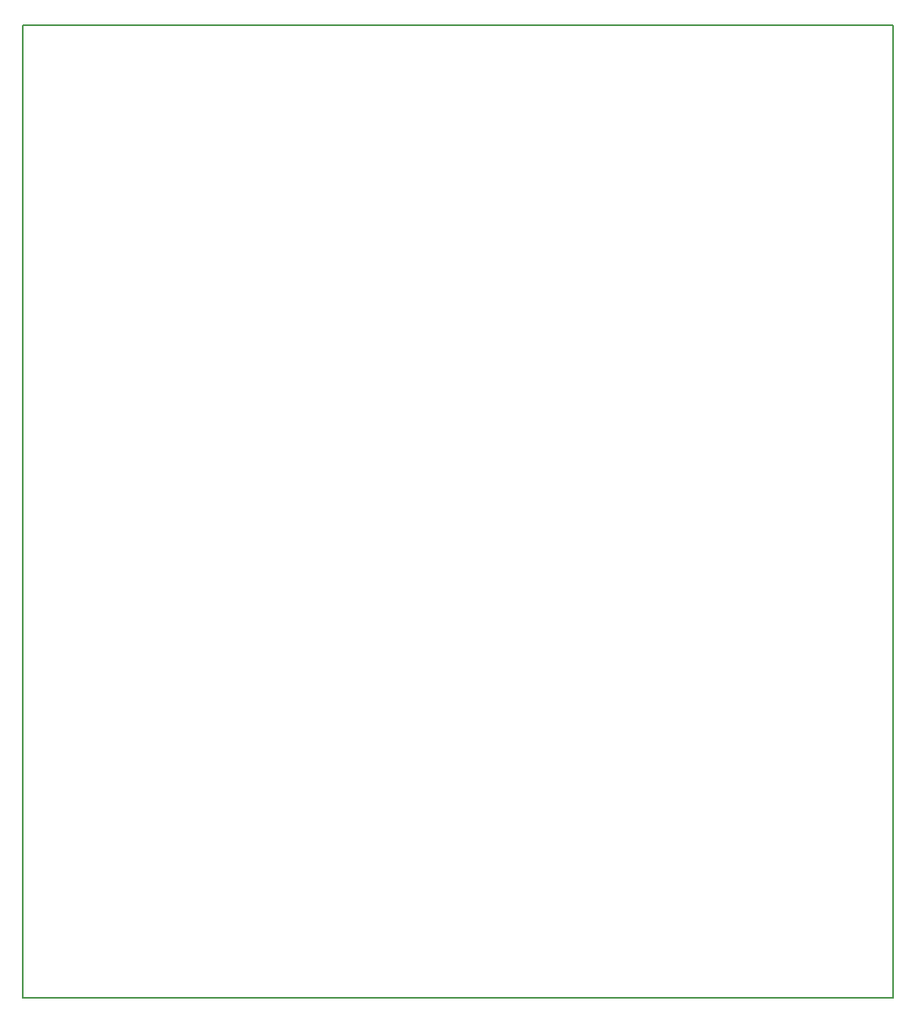
<source format=gm1>
G04 #@! TF.FileFunction,Profile,NP*
%FSLAX46Y46*%
G04 Gerber Fmt 4.6, Leading zero omitted, Abs format (unit mm)*
G04 Created by KiCad (PCBNEW 4.0.0-rc1-stable) date 28.10.2015 10:15:14*
%MOMM*%
G01*
G04 APERTURE LIST*
%ADD10C,0.150000*%
G04 APERTURE END LIST*
D10*
X188722000Y-54737000D02*
X188722000Y-48006000D01*
X166243000Y-48006000D02*
X188722000Y-48006000D01*
X141986000Y-48006000D02*
X166243000Y-48006000D01*
X188722000Y-149352000D02*
X188722000Y-54737000D01*
X98044000Y-48006000D02*
X98044000Y-52324000D01*
X104521000Y-48006000D02*
X98044000Y-48006000D01*
X104521000Y-48006000D02*
X141986000Y-48006000D01*
X98044000Y-149352000D02*
X102616000Y-149352000D01*
X98044000Y-129667000D02*
X98044000Y-149352000D01*
X98044000Y-116713000D02*
X98044000Y-129667000D01*
X98044000Y-107696000D02*
X98044000Y-116713000D01*
X98044000Y-95250000D02*
X98044000Y-107696000D01*
X98044000Y-86741000D02*
X98044000Y-95250000D01*
X98044000Y-72898000D02*
X98044000Y-86741000D01*
X98044000Y-52324000D02*
X98044000Y-55118000D01*
X98044000Y-61722000D02*
X98044000Y-55118000D01*
X98044000Y-61722000D02*
X98044000Y-72898000D01*
X188722000Y-149352000D02*
X102616000Y-149352000D01*
M02*

</source>
